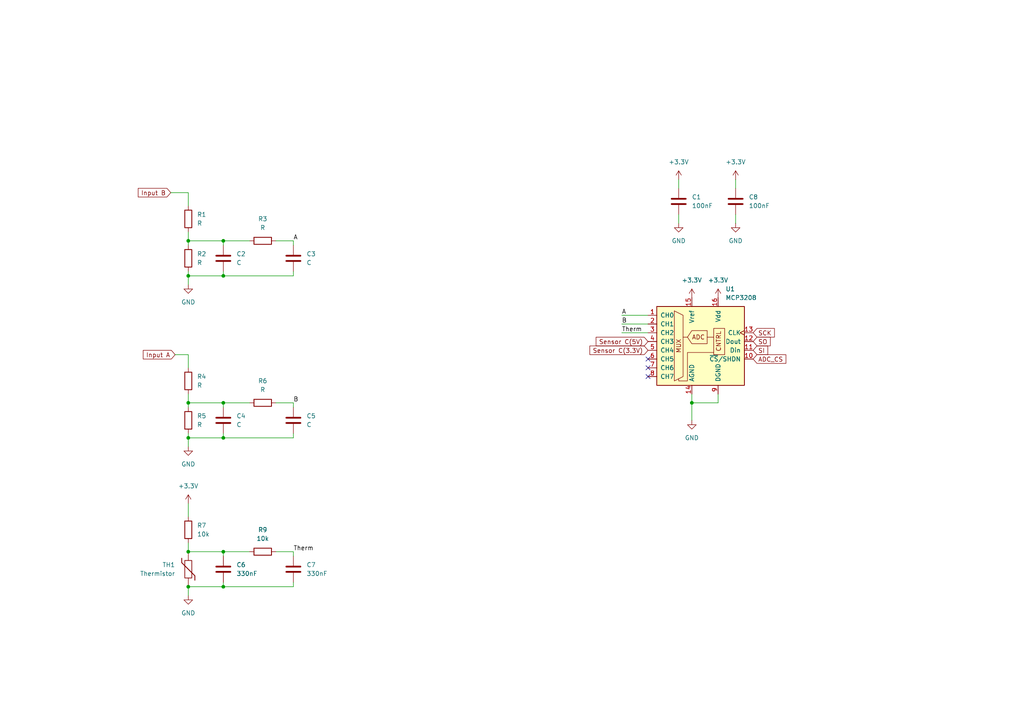
<source format=kicad_sch>
(kicad_sch (version 20250114) (generator "eeschema") (generator_version "9.0")
  (paper "A4")
  (lib_symbols
    (symbol "Analog_ADC:MCP3208" (pin_names (offset 1.016))
      (property "Reference" "U" (at -5.08 13.335 0))
      (property "Value" "MCP3208" (at -5.08 11.43 0))
      (symbol "MCP3208_0_0"
        (text "MUX" (at -6.35 -1.27 900) (effects (font (size 1.27 1.27))))
        (text "ADC" (at -0.635 1.27 0) (effects (font (size 1.27 1.27))))
        (text "CNTRL" (at 5.969 -2.921 900) (effects (font (size 1.27 1.27)) (justify left bottom)))
      )
      (symbol "MCP3208_0_1"
        (polyline (pts (xy -7.62 8.89) (xy -7.62 -11.43) (xy -5.08 -10.16) (xy -5.08 7.62) (xy -7.62 8.89)))
        (polyline (pts (xy -3.81 1.27) (xy -5.08 1.27)))
        (polyline (pts (xy 1.905 3.175) (xy 1.905 -0.635) (xy -2.54 -0.635) (xy -3.81 1.27) (xy -2.54 3.175) (xy 1.905 3.175)))
        (polyline (pts (xy 1.905 1.27) (xy 3.81 1.27)))
        (polyline (pts (xy 3.81 -3.175) (xy -3.81 -3.175) (xy -3.81 -11.43) (xy -6.35 -11.43) (xy -6.35 -10.795)))
        (rectangle (start 3.81 -3.81) (end 6.985 3.81))
        (rectangle (start 12.7 -12.7) (end -12.7 10.16) (stroke (width 0.254)) (fill (type background)))
      )
      (symbol "MCP3208_1_1"
        (pin input line (at -15.24 7.62 0) (length 2.54) (name "CH0") (number "1"))
        (pin input line (at -15.24 5.08 0) (length 2.54) (name "CH1") (number "2"))
        (pin input line (at -15.24 2.54 0) (length 2.54) (name "CH2") (number "3"))
        (pin input line (at -15.24 0 0) (length 2.54) (name "CH3") (number "4"))
        (pin input line (at -15.24 -2.54 0) (length 2.54) (name "CH4") (number "5"))
        (pin input line (at -15.24 -5.08 0) (length 2.54) (name "CH5") (number "6"))
        (pin input line (at -15.24 -7.62 0) (length 2.54) (name "CH6") (number "7"))
        (pin input line (at -15.24 -10.16 0) (length 2.54) (name "CH7") (number "8"))
        (pin power_in line (at -2.54 12.7 270) (length 2.54) (name "Vref") (number "15"))
        (pin power_in line (at -2.54 -15.24 90) (length 2.54) (name "AGND") (number "14"))
        (pin power_in line (at 5.08 12.7 270) (length 2.54) (name "Vdd") (number "16"))
        (pin power_in line (at 5.08 -15.24 90) (length 2.54) (name "DGND") (number "9"))
        (pin input clock (at 15.24 2.54 180) (length 2.54) (name "CLK") (number "13"))
        (pin output line (at 15.24 0 180) (length 2.54) (name "Dout") (number "12"))
        (pin input line (at 15.24 -2.54 180) (length 2.54) (name "Din") (number "11"))
        (pin input line (at 15.24 -5.08 180) (length 2.54) (name "~{CS}/SHDN") (number "10"))
      )
    )
    (symbol "Device:C" (pin_numbers (hide yes)) (pin_names (offset 0.254))
      (property "Reference" "C" (at 0.635 2.54 0))
      (property "Value" "C" (at 0.635 -2.54 0))
      (symbol "C_0_1"
        (polyline (pts (xy -2.032 0.762) (xy 2.032 0.762)) (stroke (width 0.508)))
        (polyline (pts (xy -2.032 -0.762) (xy 2.032 -0.762)) (stroke (width 0.508)))
      )
      (symbol "C_1_1"
        (pin passive line (at 0 3.81 270) (length 2.794) (name "~") (number "1"))
        (pin passive line (at 0 -3.81 90) (length 2.794) (name "~") (number "2"))
      )
    )
    (symbol "Device:R" (pin_numbers (hide yes)) (pin_names (offset 0))
      (property "Reference" "R" (at 2.032 0 90))
      (property "Value" "R" (at 0 0 90))
      (symbol "R_0_1"
        (rectangle (start -1.016 -2.54) (end 1.016 2.54) (stroke (width 0.254)))
      )
      (symbol "R_1_1"
        (pin passive line (at 0 3.81 270) (length 1.27) (name "~") (number "1"))
        (pin passive line (at 0 -3.81 90) (length 1.27) (name "~") (number "2"))
      )
    )
    (symbol "Device:Thermistor" (pin_numbers (hide yes)) (pin_names (offset 0))
      (property "Reference" "TH" (at 2.54 1.27 90))
      (property "Value" "Thermistor" (at -2.54 0 90))
      (symbol "Thermistor_0_1"
        (polyline (pts (xy -1.905 3.175) (xy -1.905 1.905) (xy 1.905 -1.905) (xy 1.905 -3.175) (xy 1.905 -3.175)) (stroke (width 0.254)))
        (rectangle (start -1.016 2.54) (end 1.016 -2.54) (stroke (width 0.2032)))
      )
      (symbol "Thermistor_1_1"
        (pin passive line (at 0 5.08 270) (length 2.54) (name "~") (number "1"))
        (pin passive line (at 0 -5.08 90) (length 2.54) (name "~") (number "2"))
      )
    )
    (symbol "power:+3.3V" (power) (pin_numbers (hide yes)) (pin_names (offset 0) (hide yes))
      (property "Value" "+3.3V" (at 0 3.556 0))
      (symbol "+3.3V_0_1"
        (polyline (pts (xy -0.762 1.27) (xy 0 2.54)))
        (polyline (pts (xy 0 2.54) (xy 0.762 1.27)))
        (polyline (pts (xy 0 0) (xy 0 2.54)))
      )
      (symbol "+3.3V_1_1"
        (pin power_in line (at 0 0 90) (length 0) (name "~") (number "1"))
      )
    )
    (symbol "power:GND" (power) (pin_numbers (hide yes)) (pin_names (offset 0) (hide yes))
      (property "Value" "GND" (at 0 -3.81 0))
      (symbol "GND_0_1"
        (polyline (pts (xy 0 0) (xy 0 -1.27) (xy 1.27 -1.27) (xy 0 -2.54) (xy -1.27 -1.27) (xy 0 -1.27)))
      )
      (symbol "GND_1_1"
        (pin power_in line (at 0 0 270) (length 0) (name "~") (number "1"))
      )
    )
  )
  (junction (at 64.77 127))
  (junction (at 54.61 80.01))
  (junction (at 64.77 160.02))
  (junction (at 54.61 69.85))
  (junction (at 200.66 116.84))
  (junction (at 54.61 127))
  (junction (at 64.77 80.01))
  (junction (at 54.61 170.18))
  (junction (at 54.61 116.84))
  (junction (at 64.77 170.18))
  (junction (at 64.77 116.84))
  (junction (at 64.77 69.85))
  (junction (at 54.61 160.02))
  (no_connect (at 187.96 109.22))
  (no_connect (at 187.96 104.14))
  (no_connect (at 187.96 106.68))
  (wire (pts (xy 80.01 69.85) (xy 85.09 69.85)))
  (wire (pts (xy 208.28 116.84) (xy 208.28 114.3)))
  (wire (pts (xy 85.09 69.85) (xy 85.09 71.12)))
  (wire (pts (xy 85.09 80.01) (xy 85.09 78.74)))
  (wire (pts (xy 54.61 170.18) (xy 54.61 172.72)))
  (wire (pts (xy 54.61 80.01) (xy 64.77 80.01)))
  (wire (pts (xy 64.77 116.84) (xy 64.77 118.11)))
  (wire (pts (xy 54.61 125.73) (xy 54.61 127)))
  (wire (pts (xy 54.61 69.85) (xy 54.61 71.12)))
  (wire (pts (xy 196.85 52.07) (xy 196.85 54.61)))
  (wire (pts (xy 64.77 160.02) (xy 64.77 161.29)))
  (wire (pts (xy 64.77 80.01) (xy 85.09 80.01)))
  (wire (pts (xy 64.77 127) (xy 64.77 125.73)))
  (wire (pts (xy 54.61 160.02) (xy 64.77 160.02)))
  (wire (pts (xy 54.61 67.31) (xy 54.61 69.85)))
  (wire (pts (xy 50.8 102.87) (xy 54.61 102.87)))
  (wire (pts (xy 54.61 127) (xy 64.77 127)))
  (wire (pts (xy 54.61 80.01) (xy 54.61 82.55)))
  (wire (pts (xy 64.77 170.18) (xy 85.09 170.18)))
  (wire (pts (xy 49.53 55.88) (xy 54.61 55.88)))
  (wire (pts (xy 54.61 78.74) (xy 54.61 80.01)))
  (wire (pts (xy 64.77 170.18) (xy 64.77 168.91)))
  (wire (pts (xy 200.66 116.84) (xy 200.66 121.92)))
  (wire (pts (xy 64.77 160.02) (xy 72.39 160.02)))
  (wire (pts (xy 196.85 62.23) (xy 196.85 64.77)))
  (wire (pts (xy 54.61 157.48) (xy 54.61 160.02)))
  (wire (pts (xy 54.61 102.87) (xy 54.61 106.68)))
  (wire (pts (xy 85.09 127) (xy 85.09 125.73)))
  (wire (pts (xy 54.61 146.05) (xy 54.61 149.86)))
  (wire (pts (xy 54.61 116.84) (xy 64.77 116.84)))
  (wire (pts (xy 64.77 69.85) (xy 64.77 71.12)))
  (wire (pts (xy 80.01 160.02) (xy 85.09 160.02)))
  (wire (pts (xy 85.09 160.02) (xy 85.09 161.29)))
  (wire (pts (xy 85.09 116.84) (xy 85.09 118.11)))
  (wire (pts (xy 54.61 114.3) (xy 54.61 116.84)))
  (wire (pts (xy 85.09 170.18) (xy 85.09 168.91)))
  (wire (pts (xy 64.77 80.01) (xy 64.77 78.74)))
  (wire (pts (xy 200.66 114.3) (xy 200.66 116.84)))
  (wire (pts (xy 54.61 116.84) (xy 54.61 118.11)))
  (wire (pts (xy 180.34 96.52) (xy 187.96 96.52)))
  (wire (pts (xy 80.01 116.84) (xy 85.09 116.84)))
  (wire (pts (xy 54.61 170.18) (xy 64.77 170.18)))
  (wire (pts (xy 54.61 55.88) (xy 54.61 59.69)))
  (wire (pts (xy 54.61 69.85) (xy 64.77 69.85)))
  (wire (pts (xy 64.77 69.85) (xy 72.39 69.85)))
  (wire (pts (xy 54.61 127) (xy 54.61 129.54)))
  (wire (pts (xy 64.77 116.84) (xy 72.39 116.84)))
  (wire (pts (xy 180.34 93.98) (xy 187.96 93.98)))
  (wire (pts (xy 213.36 62.23) (xy 213.36 64.77)))
  (wire (pts (xy 200.66 116.84) (xy 208.28 116.84)))
  (wire (pts (xy 64.77 127) (xy 85.09 127)))
  (wire (pts (xy 180.34 91.44) (xy 187.96 91.44)))
  (wire (pts (xy 213.36 52.07) (xy 213.36 54.61)))
  (label "A" (at 85.09 69.85 0))
  (label "B" (at 180.34 93.98 0))
  (label "Therm" (at 85.09 160.02 0))
  (label "B" (at 85.09 116.84 0))
  (label "A" (at 180.34 91.44 0))
  (label "Therm" (at 180.34 96.52 0))
  (global_label "Input A" (shape input) (at 50.8 102.87 180) (property "Intersheetrefs" "${INTERSHEET_REFS}" (effects (hide yes))))
  (global_label "SO" (shape input) (at 218.44 99.06 0) (property "Intersheetrefs" "${INTERSHEET_REFS}" (effects (hide yes))))
  (global_label "Sensor C(5V)" (shape input) (at 187.96 99.06 180) (property "Intersheetrefs" "${INTERSHEET_REFS}" (effects (hide yes))))
  (global_label "ADC_CS" (shape input) (at 218.44 104.14 0) (property "Intersheetrefs" "${INTERSHEET_REFS}" (effects (hide yes))))
  (global_label "SI" (shape input) (at 218.44 101.6 0) (property "Intersheetrefs" "${INTERSHEET_REFS}" (effects (hide yes))))
  (global_label "Input B" (shape input) (at 49.53 55.88 180) (property "Intersheetrefs" "${INTERSHEET_REFS}" (effects (hide yes))))
  (global_label "Sensor C(3.3V)" (shape input) (at 187.96 101.6 180) (property "Intersheetrefs" "${INTERSHEET_REFS}" (effects (hide yes))))
  (global_label "SCK" (shape input) (at 218.44 96.52 0) (property "Intersheetrefs" "${INTERSHEET_REFS}" (effects (hide yes))))
  (symbol (lib_id "power:GND") (at 54.61 129.54 0) (unit 1)
    (property "Reference" "#PWR07" (effects (hide yes)))
    (property "Value" "GND" (at 54.61 134.62 0))
    (property "Description" "Power symbol creates a global label with name \"GND\" , ground" (effects (hide yes)))
  )
  (symbol (lib_id "Device:Thermistor") (at 54.61 165.1 0) (unit 1)
    (property "Reference" "TH1" (at 50.8 163.8299 0) (effects (justify right)))
    (property "Value" "Thermistor" (at 50.8 166.3699 0) (effects (justify right)))
    (property "Footprint" "Resistor_SMD:R_0603_1608Metric_Pad0.98x0.95mm_HandSolder" (effects (hide yes)))
    (property "Description" "Temperature dependent resistor" (effects (hide yes)))
  )
  (symbol (lib_id "Device:R") (at 54.61 121.92 0) (unit 1)
    (property "Reference" "R5" (at 57.15 120.6499 0) (effects (justify left)))
    (property "Value" "R" (at 57.15 123.1899 0) (effects (justify left)))
    (property "Footprint" "Resistor_SMD:R_0603_1608Metric_Pad0.98x0.95mm_HandSolder" (effects (hide yes)))
    (property "Description" "Resistor" (effects (hide yes)))
  )
  (symbol (lib_id "power:GND") (at 213.36 64.77 0) (unit 1)
    (property "Reference" "#PWR010" (effects (hide yes)))
    (property "Value" "GND" (at 213.36 69.85 0))
    (property "Description" "Power symbol creates a global label with name \"GND\" , ground" (effects (hide yes)))
  )
  (symbol (lib_id "Device:C") (at 85.09 165.1 0) (unit 1)
    (property "Reference" "C7" (at 88.9 163.8299 0) (effects (justify left)))
    (property "Value" "330nF" (at 88.9 166.3699 0) (effects (justify left)))
    (property "Footprint" "Capacitor_SMD:C_0603_1608Metric_Pad1.08x0.95mm_HandSolder" (effects (hide yes)))
    (property "Description" "Unpolarized capacitor" (effects (hide yes)))
  )
  (symbol (lib_id "power:GND") (at 54.61 172.72 0) (unit 1)
    (property "Reference" "#PWR08" (effects (hide yes)))
    (property "Value" "GND" (at 54.61 177.8 0))
    (property "Description" "Power symbol creates a global label with name \"GND\" , ground" (effects (hide yes)))
  )
  (symbol (lib_id "Device:R") (at 54.61 110.49 0) (unit 1)
    (property "Reference" "R4" (at 57.15 109.2199 0) (effects (justify left)))
    (property "Value" "R" (at 57.15 111.7599 0) (effects (justify left)))
    (property "Footprint" "Resistor_SMD:R_0603_1608Metric_Pad0.98x0.95mm_HandSolder" (effects (hide yes)))
    (property "Description" "Resistor" (effects (hide yes)))
  )
  (symbol (lib_id "Device:C") (at 85.09 74.93 0) (unit 1)
    (property "Reference" "C3" (at 88.9 73.6599 0) (effects (justify left)))
    (property "Value" "C" (at 88.9 76.1999 0) (effects (justify left)))
    (property "Footprint" "Capacitor_SMD:C_0603_1608Metric_Pad1.08x0.95mm_HandSolder" (effects (hide yes)))
    (property "Description" "Unpolarized capacitor" (effects (hide yes)))
  )
  (symbol (lib_id "Device:C") (at 64.77 165.1 0) (unit 1)
    (property "Reference" "C6" (at 68.58 163.8299 0) (effects (justify left)))
    (property "Value" "330nF" (at 68.58 166.3699 0) (effects (justify left)))
    (property "Footprint" "Capacitor_SMD:C_0603_1608Metric_Pad1.08x0.95mm_HandSolder" (effects (hide yes)))
    (property "Description" "Unpolarized capacitor" (effects (hide yes)))
  )
  (symbol (lib_id "Device:R") (at 76.2 116.84 90) (unit 1)
    (property "Reference" "R6" (at 76.2 110.49 90))
    (property "Value" "R" (at 76.2 113.03 90))
    (property "Footprint" "Resistor_SMD:R_0603_1608Metric_Pad0.98x0.95mm_HandSolder" (effects (hide yes)))
    (property "Description" "Resistor" (effects (hide yes)))
  )
  (symbol (lib_id "Device:C") (at 85.09 121.92 0) (unit 1)
    (property "Reference" "C5" (at 88.9 120.6499 0) (effects (justify left)))
    (property "Value" "C" (at 88.9 123.1899 0) (effects (justify left)))
    (property "Footprint" "Capacitor_SMD:C_0603_1608Metric_Pad1.08x0.95mm_HandSolder" (effects (hide yes)))
    (property "Description" "Unpolarized capacitor" (effects (hide yes)))
  )
  (symbol (lib_id "Device:R") (at 76.2 69.85 90) (unit 1)
    (property "Reference" "R3" (at 76.2 63.5 90))
    (property "Value" "R" (at 76.2 66.04 90))
    (property "Footprint" "Resistor_SMD:R_0603_1608Metric_Pad0.98x0.95mm_HandSolder" (effects (hide yes)))
    (property "Description" "Resistor" (effects (hide yes)))
  )
  (symbol (lib_id "Device:C") (at 196.85 58.42 0) (unit 1)
    (property "Reference" "C1" (at 200.66 57.1499 0) (effects (justify left)))
    (property "Value" "100nF" (at 200.66 59.6899 0) (effects (justify left)))
    (property "Footprint" "Capacitor_SMD:C_0603_1608Metric_Pad1.08x0.95mm_HandSolder" (effects (hide yes)))
    (property "Description" "Unpolarized capacitor" (effects (hide yes)))
  )
  (symbol (lib_id "power:+3.3V") (at 213.36 52.07 0) (unit 1)
    (property "Reference" "#PWR09" (effects (hide yes)))
    (property "Value" "+3.3V" (at 213.36 46.99 0))
    (property "Description" "Power symbol creates a global label with name \"+3.3V\"" (effects (hide yes)))
  )
  (symbol (lib_id "Device:C") (at 213.36 58.42 0) (unit 1)
    (property "Reference" "C8" (at 217.17 57.1499 0) (effects (justify left)))
    (property "Value" "100nF" (at 217.17 59.6899 0) (effects (justify left)))
    (property "Footprint" "Capacitor_SMD:C_0603_1608Metric_Pad1.08x0.95mm_HandSolder" (effects (hide yes)))
    (property "Description" "Unpolarized capacitor" (effects (hide yes)))
  )
  (symbol (lib_id "power:+3.3V") (at 196.85 52.07 0) (unit 1)
    (property "Reference" "#PWR03" (effects (hide yes)))
    (property "Value" "+3.3V" (at 196.85 46.99 0))
    (property "Description" "Power symbol creates a global label with name \"+3.3V\"" (effects (hide yes)))
  )
  (symbol (lib_id "Device:R") (at 54.61 63.5 0) (unit 1)
    (property "Reference" "R1" (at 57.15 62.2299 0) (effects (justify left)))
    (property "Value" "R" (at 57.15 64.7699 0) (effects (justify left)))
    (property "Footprint" "Resistor_SMD:R_0603_1608Metric_Pad0.98x0.95mm_HandSolder" (effects (hide yes)))
    (property "Description" "Resistor" (effects (hide yes)))
  )
  (symbol (lib_id "Device:C") (at 64.77 74.93 0) (unit 1)
    (property "Reference" "C2" (at 68.58 73.6599 0) (effects (justify left)))
    (property "Value" "C" (at 68.58 76.1999 0) (effects (justify left)))
    (property "Footprint" "Capacitor_SMD:C_0603_1608Metric_Pad1.08x0.95mm_HandSolder" (effects (hide yes)))
    (property "Description" "Unpolarized capacitor" (effects (hide yes)))
  )
  (symbol (lib_id "power:+3.3V") (at 200.66 86.36 0) (unit 1)
    (property "Reference" "#PWR011" (effects (hide yes)))
    (property "Value" "+3.3V" (at 200.66 81.28 0))
    (property "Description" "Power symbol creates a global label with name \"+3.3V\"" (effects (hide yes)))
  )
  (symbol (lib_id "power:+3.3V") (at 54.61 146.05 0) (unit 1)
    (property "Reference" "#PWR06" (effects (hide yes)))
    (property "Value" "+3.3V" (at 54.61 140.97 0))
    (property "Description" "Power symbol creates a global label with name \"+3.3V\"" (effects (hide yes)))
  )
  (symbol (lib_id "Analog_ADC:MCP3208") (at 203.2 99.06 0) (unit 1)
    (property "Reference" "U1" (at 210.4233 83.82 0) (effects (justify left)))
    (property "Value" "MCP3208" (at 210.4233 86.36 0) (effects (justify left)))
    (property "Footprint" "Package_SO:SOIC-16_3.9x9.9mm_P1.27mm" (effects (hide yes)))
    (property "Datasheet" "http://ww1.microchip.com/downloads/en/DeviceDoc/21298c.pdf" (effects (hide yes)))
    (property "Description" "A/D Converter, 12-Bit, 8-Channel, SPI Interface , 2.7V-5.5V" (effects (hide yes)))
  )
  (symbol (lib_id "Device:R") (at 76.2 160.02 90) (unit 1)
    (property "Reference" "R9" (at 76.2 153.67 90))
    (property "Value" "10k" (at 76.2 156.21 90))
    (property "Footprint" "Resistor_SMD:R_0603_1608Metric_Pad0.98x0.95mm_HandSolder" (effects (hide yes)))
    (property "Description" "Resistor" (effects (hide yes)))
  )
  (symbol (lib_id "power:+3.3V") (at 208.28 86.36 0) (unit 1)
    (property "Reference" "#PWR012" (effects (hide yes)))
    (property "Value" "+3.3V" (at 208.28 81.28 0))
    (property "Description" "Power symbol creates a global label with name \"+3.3V\"" (effects (hide yes)))
  )
  (symbol (lib_id "power:GND") (at 196.85 64.77 0) (unit 1)
    (property "Reference" "#PWR02" (effects (hide yes)))
    (property "Value" "GND" (at 196.85 69.85 0))
    (property "Description" "Power symbol creates a global label with name \"GND\" , ground" (effects (hide yes)))
  )
  (symbol (lib_id "Device:R") (at 54.61 153.67 0) (unit 1)
    (property "Reference" "R7" (at 57.15 152.3999 0) (effects (justify left)))
    (property "Value" "10k" (at 57.15 154.9399 0) (effects (justify left)))
    (property "Footprint" "Resistor_SMD:R_0603_1608Metric_Pad0.98x0.95mm_HandSolder" (effects (hide yes)))
    (property "Description" "Resistor" (effects (hide yes)))
  )
  (symbol (lib_id "power:GND") (at 200.66 121.92 0) (unit 1)
    (property "Reference" "#PWR04" (effects (hide yes)))
    (property "Value" "GND" (at 200.66 127 0))
    (property "Description" "Power symbol creates a global label with name \"GND\" , ground" (effects (hide yes)))
  )
  (symbol (lib_id "Device:R") (at 54.61 74.93 0) (unit 1)
    (property "Reference" "R2" (at 57.15 73.6599 0) (effects (justify left)))
    (property "Value" "R" (at 57.15 76.1999 0) (effects (justify left)))
    (property "Footprint" "Resistor_SMD:R_0603_1608Metric_Pad0.98x0.95mm_HandSolder" (effects (hide yes)))
    (property "Description" "Resistor" (effects (hide yes)))
  )
  (symbol (lib_id "Device:C") (at 64.77 121.92 0) (unit 1)
    (property "Reference" "C4" (at 68.58 120.6499 0) (effects (justify left)))
    (property "Value" "C" (at 68.58 123.1899 0) (effects (justify left)))
    (property "Footprint" "Capacitor_SMD:C_0603_1608Metric_Pad1.08x0.95mm_HandSolder" (effects (hide yes)))
    (property "Description" "Unpolarized capacitor" (effects (hide yes)))
  )
  (symbol (lib_id "power:GND") (at 54.61 82.55 0) (unit 1)
    (property "Reference" "#PWR05" (effects (hide yes)))
    (property "Value" "GND" (at 54.61 87.63 0))
    (property "Description" "Power symbol creates a global label with name \"GND\" , ground" (effects (hide yes)))
  )
)
</source>
